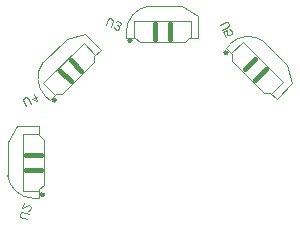
<source format=gbo>
G04*
G04 #@! TF.GenerationSoftware,Altium Limited,Altium Designer,18.0.12 (696)*
G04*
G04 Layer_Color=32896*
%FSLAX25Y25*%
%MOIN*%
G70*
G01*
G75*
%ADD10C,0.01575*%
%ADD32C,0.00394*%
%ADD33C,0.01378*%
D10*
X157965Y161500D02*
X161500Y165035D01*
X161500Y157965D02*
X165035Y161500D01*
X96465Y161000D02*
X100000Y157465D01*
X100000Y164535D02*
X103535Y161000D01*
X128000Y171500D02*
Y176500D01*
X133000Y171500D02*
Y176500D01*
X85000Y128000D02*
X90000D01*
X85000Y133000D02*
X90000D01*
D32*
X164346Y170715D02*
G03*
X153016Y169984I-5237J-6985D01*
G01*
X90785Y163846D02*
G03*
X91516Y152516I6985J-5237D01*
G01*
X125996Y182528D02*
G03*
X118502Y174000I1236J-8643D01*
G01*
X78972Y125996D02*
G03*
X87500Y118502I8643J1236D01*
G01*
X153722Y164328D02*
X153722Y166450D01*
X153722Y164328D02*
X164328Y153722D01*
X166450Y153722D02*
X168571Y151601D01*
X164328Y153722D02*
X166450Y153722D01*
X151601Y168571D02*
X153722Y166450D01*
X172224Y162796D02*
X173733Y156762D01*
X157257Y170692D02*
X170692Y157257D01*
X153368Y166803D02*
X157257Y170692D01*
X166803Y153368D02*
X170692Y157257D01*
X164328Y170692D02*
X172224Y162796D01*
X168571Y151601D02*
X173733Y156762D01*
X151601Y168571D02*
X153015Y169985D01*
X95050Y153222D02*
X97172Y153222D01*
X107778Y163828D01*
X107778Y165950D02*
X109899Y168071D01*
X107778Y165950D02*
X107778Y163828D01*
X92929Y151101D02*
X95050Y153222D01*
X98704Y171724D02*
X104738Y173233D01*
X90808Y156757D02*
X104243Y170192D01*
X90808Y156757D02*
X94697Y152868D01*
X104243Y170192D02*
X108132Y166303D01*
X90808Y163828D02*
X98704Y171724D01*
X104738Y173233D02*
X109899Y168071D01*
X91515Y152515D02*
X92929Y151101D01*
X121500Y172000D02*
X123000Y170500D01*
X138000Y170500D01*
X139500Y172000D02*
X142500Y172000D01*
X138000Y170500D02*
X139500Y172000D01*
X118500Y172000D02*
X121500D01*
X137167Y182500D02*
X142500Y179300D01*
X121000Y177500D02*
X140000D01*
X121000Y172000D02*
Y177500D01*
X140000Y172000D02*
Y177500D01*
X126000Y182500D02*
X137167D01*
X142500Y179300D02*
X142500Y172000D01*
X118500D02*
Y174000D01*
X89500Y121500D02*
X91000Y123000D01*
X91000Y138000D02*
X91000Y123000D01*
X89500Y139500D02*
X89500Y142500D01*
X89500Y139500D02*
X91000Y138000D01*
X89500Y118500D02*
Y121500D01*
X79000Y137167D02*
X82200Y142500D01*
X84000Y121000D02*
Y140000D01*
Y121000D02*
X89500D01*
X84000Y140000D02*
X89500D01*
X79000Y126000D02*
Y137167D01*
X82200Y142500D02*
X89500Y142500D01*
X87500Y118500D02*
X89500D01*
X149631Y176406D02*
X151711Y177376D01*
X152322Y177154D01*
X152710Y176322D01*
X152488Y175712D01*
X150407Y174741D01*
X151571Y172245D02*
X150795Y173909D01*
X152043Y174491D01*
X152015Y173465D01*
X152210Y173049D01*
X152820Y172827D01*
X153652Y173215D01*
X153874Y173825D01*
X153486Y174657D01*
X152876Y174879D01*
X85094Y149131D02*
X84124Y151212D01*
X84346Y151822D01*
X85178Y152210D01*
X85788Y151988D01*
X86759Y149907D01*
X87675Y153374D02*
X88839Y150877D01*
X87009Y151543D01*
X88673Y152320D01*
X111567Y176147D02*
X112352Y178305D01*
X112941Y178579D01*
X113804Y178265D01*
X114078Y177677D01*
X113293Y175519D01*
X114313Y175637D02*
X114587Y175048D01*
X115450Y174734D01*
X116039Y175008D01*
X116196Y175440D01*
X115921Y176028D01*
X115490Y176185D01*
X115921Y176028D01*
X116510Y176303D01*
X116667Y176734D01*
X116393Y177323D01*
X115530Y177637D01*
X114941Y177363D01*
X85353Y111567D02*
X83195Y112352D01*
X82921Y112941D01*
X83235Y113804D01*
X83823Y114078D01*
X85981Y113293D01*
X84334Y116824D02*
X83706Y115098D01*
X86060Y116196D01*
X86492Y116039D01*
X86766Y115450D01*
X86452Y114587D01*
X85863Y114313D01*
D33*
X152037Y167003D02*
G03*
X152037Y167003I-283J0D01*
G01*
X94779Y151254D02*
G03*
X94779Y151254I-283J0D01*
G01*
X120000Y171000D02*
G03*
X120000Y171000I-283J0D01*
G01*
X90783Y119717D02*
G03*
X90783Y119717I-283J0D01*
G01*
M02*

</source>
